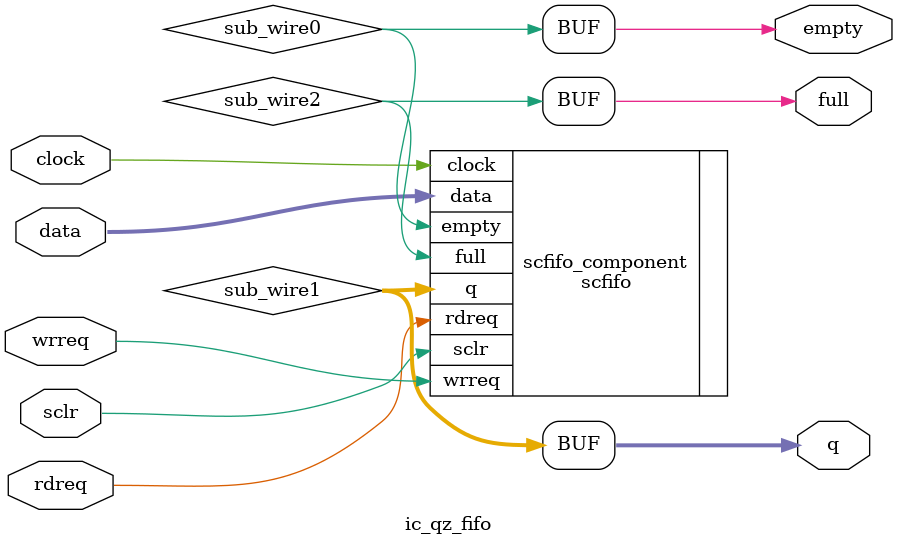
<source format=v>
module ic_qz_fifo (
	clock,
	data,
	rdreq,
	sclr,
	wrreq,
	empty,
	full,
	q);

	input	 		clock;
	input	[127:0] data;
	input	  		rdreq;
	input	  		sclr;
	input	  		wrreq;
	output	  		empty;
	output	  		full;
	output	[127:0] q;

	wire  sub_wire0;
	wire [127:0] sub_wire1;
	wire  sub_wire2;
	wire  empty = sub_wire0;
	wire [127:0] q = sub_wire1[127:0];
	wire  full = sub_wire2;

	scfifo	scfifo_component (
				.rdreq (rdreq),
				.sclr (sclr),
				.clock (clock),
				.wrreq (wrreq),
				.data (data),
				.empty (sub_wire0),
				.q (sub_wire1),
				.full (sub_wire2)
				// synopsys translate_off
				,
				.aclr (),
				.almost_empty (),
				.almost_full (),
				.usedw ()
				// synopsys translate_on
				);
	defparam
		scfifo_component.add_ram_output_register = "OFF",
		scfifo_component.intended_device_family = "Stratix III",
		scfifo_component.lpm_numwords = 32,
		scfifo_component.lpm_showahead = "OFF",
		scfifo_component.lpm_type = "scfifo",
		scfifo_component.lpm_width = 128,
		scfifo_component.lpm_widthu = 5,
		scfifo_component.overflow_checking = "ON",
		scfifo_component.underflow_checking = "ON",
		scfifo_component.use_eab = "ON";


endmodule

</source>
